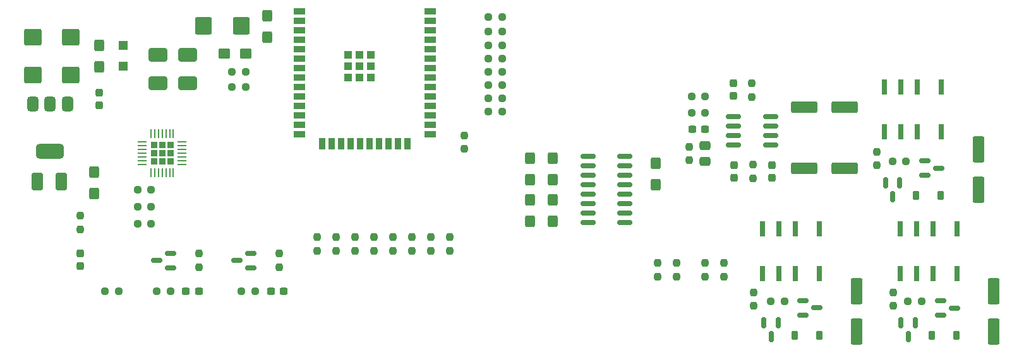
<source format=gtp>
G04 #@! TF.GenerationSoftware,KiCad,Pcbnew,9.0.0-rc3*
G04 #@! TF.CreationDate,2025-02-24T22:30:07+01:00*
G04 #@! TF.ProjectId,nTerm2-s,6e546572-6d32-42d7-932e-6b696361645f,0.05*
G04 #@! TF.SameCoordinates,Original*
G04 #@! TF.FileFunction,Paste,Top*
G04 #@! TF.FilePolarity,Positive*
%FSLAX46Y46*%
G04 Gerber Fmt 4.6, Leading zero omitted, Abs format (unit mm)*
G04 Created by KiCad (PCBNEW 9.0.0-rc3) date 2025-02-24 22:30:07*
%MOMM*%
%LPD*%
G01*
G04 APERTURE LIST*
G04 Aperture macros list*
%AMRoundRect*
0 Rectangle with rounded corners*
0 $1 Rounding radius*
0 $2 $3 $4 $5 $6 $7 $8 $9 X,Y pos of 4 corners*
0 Add a 4 corners polygon primitive as box body*
4,1,4,$2,$3,$4,$5,$6,$7,$8,$9,$2,$3,0*
0 Add four circle primitives for the rounded corners*
1,1,$1+$1,$2,$3*
1,1,$1+$1,$4,$5*
1,1,$1+$1,$6,$7*
1,1,$1+$1,$8,$9*
0 Add four rect primitives between the rounded corners*
20,1,$1+$1,$2,$3,$4,$5,0*
20,1,$1+$1,$4,$5,$6,$7,0*
20,1,$1+$1,$6,$7,$8,$9,0*
20,1,$1+$1,$8,$9,$2,$3,0*%
G04 Aperture macros list end*
%ADD10R,1.500000X0.900000*%
%ADD11R,0.900000X1.500000*%
%ADD12R,1.050000X1.050000*%
%ADD13RoundRect,0.250000X1.000000X0.650000X-1.000000X0.650000X-1.000000X-0.650000X1.000000X-0.650000X0*%
%ADD14RoundRect,0.237500X-0.237500X0.250000X-0.237500X-0.250000X0.237500X-0.250000X0.237500X0.250000X0*%
%ADD15RoundRect,0.237500X-0.250000X-0.237500X0.250000X-0.237500X0.250000X0.237500X-0.250000X0.237500X0*%
%ADD16RoundRect,0.225000X-0.225000X-0.375000X0.225000X-0.375000X0.225000X0.375000X-0.225000X0.375000X0*%
%ADD17R,0.700000X2.000000*%
%ADD18RoundRect,0.237500X0.237500X-0.250000X0.237500X0.250000X-0.237500X0.250000X-0.237500X-0.250000X0*%
%ADD19RoundRect,0.237500X-0.237500X0.300000X-0.237500X-0.300000X0.237500X-0.300000X0.237500X0.300000X0*%
%ADD20RoundRect,0.250000X0.550000X-1.500000X0.550000X1.500000X-0.550000X1.500000X-0.550000X-1.500000X0*%
%ADD21RoundRect,0.150000X-0.825000X-0.150000X0.825000X-0.150000X0.825000X0.150000X-0.825000X0.150000X0*%
%ADD22RoundRect,0.237500X0.250000X0.237500X-0.250000X0.237500X-0.250000X-0.237500X0.250000X-0.237500X0*%
%ADD23RoundRect,0.250000X-0.425000X0.537500X-0.425000X-0.537500X0.425000X-0.537500X0.425000X0.537500X0*%
%ADD24RoundRect,0.250000X0.425000X-0.537500X0.425000X0.537500X-0.425000X0.537500X-0.425000X-0.537500X0*%
%ADD25RoundRect,0.237500X-0.300000X-0.237500X0.300000X-0.237500X0.300000X0.237500X-0.300000X0.237500X0*%
%ADD26RoundRect,0.375000X-0.375000X0.625000X-0.375000X-0.625000X0.375000X-0.625000X0.375000X0.625000X0*%
%ADD27RoundRect,0.500000X-1.400000X0.500000X-1.400000X-0.500000X1.400000X-0.500000X1.400000X0.500000X0*%
%ADD28RoundRect,0.250000X0.875000X0.925000X-0.875000X0.925000X-0.875000X-0.925000X0.875000X-0.925000X0*%
%ADD29RoundRect,0.250000X0.925000X-0.875000X0.925000X0.875000X-0.925000X0.875000X-0.925000X-0.875000X0*%
%ADD30RoundRect,0.150000X-0.587500X-0.150000X0.587500X-0.150000X0.587500X0.150000X-0.587500X0.150000X0*%
%ADD31RoundRect,0.150000X-0.150000X0.587500X-0.150000X-0.587500X0.150000X-0.587500X0.150000X0.587500X0*%
%ADD32RoundRect,0.150000X0.587500X0.150000X-0.587500X0.150000X-0.587500X-0.150000X0.587500X-0.150000X0*%
%ADD33RoundRect,0.250001X0.499999X0.924999X-0.499999X0.924999X-0.499999X-0.924999X0.499999X-0.924999X0*%
%ADD34RoundRect,0.237500X0.237500X-0.300000X0.237500X0.300000X-0.237500X0.300000X-0.237500X-0.300000X0*%
%ADD35RoundRect,0.250000X-1.500000X-0.550000X1.500000X-0.550000X1.500000X0.550000X-1.500000X0.550000X0*%
%ADD36RoundRect,0.225000X-0.225000X-0.225000X0.225000X-0.225000X0.225000X0.225000X-0.225000X0.225000X0*%
%ADD37RoundRect,0.062500X-0.537500X-0.062500X0.537500X-0.062500X0.537500X0.062500X-0.537500X0.062500X0*%
%ADD38RoundRect,0.062500X-0.062500X-0.537500X0.062500X-0.537500X0.062500X0.537500X-0.062500X0.537500X0*%
%ADD39RoundRect,0.250000X-0.475000X0.337500X-0.475000X-0.337500X0.475000X-0.337500X0.475000X0.337500X0*%
%ADD40R,1.200000X1.200000*%
%ADD41RoundRect,0.250000X0.537500X0.425000X-0.537500X0.425000X-0.537500X-0.425000X0.537500X-0.425000X0*%
G04 APERTURE END LIST*
D10*
X113616000Y-80096500D03*
X113616000Y-81366500D03*
X113616000Y-82636500D03*
X113616000Y-83906500D03*
X113616000Y-85176500D03*
X113616000Y-86446500D03*
X113616000Y-87716500D03*
X113616000Y-88986500D03*
X113616000Y-90256500D03*
X113616000Y-91526500D03*
X113616000Y-92796500D03*
X113616000Y-94066500D03*
X113616000Y-95336500D03*
X113616000Y-96606500D03*
D11*
X116656000Y-97856500D03*
X117926000Y-97856500D03*
X119196000Y-97856500D03*
X120466000Y-97856500D03*
X121736000Y-97856500D03*
X123006000Y-97856500D03*
X124276000Y-97856500D03*
X125546000Y-97856500D03*
X126816000Y-97856500D03*
X128086000Y-97856500D03*
D10*
X131116000Y-96606500D03*
X131116000Y-95336500D03*
X131116000Y-94066500D03*
X131116000Y-92796500D03*
X131116000Y-91526500D03*
X131116000Y-90256500D03*
X131116000Y-88986500D03*
X131116000Y-87716500D03*
X131116000Y-86446500D03*
X131116000Y-85176500D03*
X131116000Y-83906500D03*
X131116000Y-82636500D03*
X131116000Y-81366500D03*
X131116000Y-80096500D03*
D12*
X120161000Y-85911500D03*
X120161000Y-87436500D03*
X120161000Y-88961500D03*
X121686000Y-85911500D03*
X121686000Y-87436500D03*
X121686000Y-88961500D03*
X123211000Y-85911500D03*
X123211000Y-87436500D03*
X123211000Y-88961500D03*
D13*
X98610400Y-89760714D03*
X94610400Y-89760714D03*
X98610400Y-85950714D03*
X94610400Y-85950714D03*
D14*
X84266000Y-107528500D03*
X84266000Y-109353500D03*
X191008000Y-98933000D03*
X191008000Y-100758000D03*
D15*
X138956000Y-84668500D03*
X140781000Y-84668500D03*
X104548300Y-88239600D03*
X106373300Y-88239600D03*
X176792500Y-118999000D03*
X178617500Y-118999000D03*
D14*
X174188499Y-89748500D03*
X174188499Y-91573500D03*
D16*
X179992000Y-123571000D03*
X183292000Y-123571000D03*
D17*
X201741000Y-109268500D03*
X198541000Y-109268500D03*
X196341000Y-109268500D03*
X194141000Y-109268500D03*
X194141000Y-115268500D03*
X196341000Y-115268500D03*
X198541000Y-115268500D03*
X201741000Y-115268500D03*
D14*
X174436000Y-100670500D03*
X174436000Y-102495500D03*
D18*
X126176000Y-112251000D03*
X126176000Y-110426000D03*
D15*
X193078500Y-100203000D03*
X194903500Y-100203000D03*
D19*
X176976000Y-100720500D03*
X176976000Y-102445500D03*
D20*
X206694000Y-123096000D03*
X206694000Y-117696000D03*
D15*
X138956000Y-88224500D03*
X140781000Y-88224500D03*
X195159000Y-118999000D03*
X196984000Y-118999000D03*
D20*
X188279000Y-123096000D03*
X188279000Y-117696000D03*
D14*
X170499000Y-113878500D03*
X170499000Y-115703500D03*
D21*
X171778499Y-94193500D03*
X171778499Y-95463500D03*
X171778499Y-96733500D03*
X171778499Y-98003500D03*
X176728499Y-98003500D03*
X176728499Y-96733500D03*
X176728499Y-95463500D03*
X176728499Y-94193500D03*
D22*
X140781000Y-80858500D03*
X138956000Y-80858500D03*
D19*
X86806000Y-91018500D03*
X86806000Y-92743500D03*
D18*
X118556000Y-112251000D03*
X118556000Y-110426000D03*
D23*
X147574000Y-105369500D03*
X147574000Y-108244500D03*
D24*
X86806000Y-87543500D03*
X86806000Y-84668500D03*
D15*
X104548300Y-90271600D03*
X106373300Y-90271600D03*
D25*
X98396000Y-117688500D03*
X100121000Y-117688500D03*
D14*
X193167000Y-117832500D03*
X193167000Y-119657500D03*
D26*
X82502000Y-92567500D03*
X80202000Y-92567500D03*
D27*
X80202000Y-98867500D03*
D26*
X77902000Y-92567500D03*
D28*
X105801000Y-82001500D03*
X100701000Y-82001500D03*
D15*
X94486000Y-117688500D03*
X96311000Y-117688500D03*
D14*
X174498000Y-117832500D03*
X174498000Y-119657500D03*
D15*
X166143000Y-93726000D03*
X167968000Y-93726000D03*
D21*
X152276000Y-99527500D03*
X152276000Y-100797500D03*
X152276000Y-102067500D03*
X152276000Y-103337500D03*
X152276000Y-104607500D03*
X152276000Y-105877500D03*
X152276000Y-107147500D03*
X152276000Y-108417500D03*
X157226000Y-108417500D03*
X157226000Y-107147500D03*
X157226000Y-105877500D03*
X157226000Y-104607500D03*
X157226000Y-103337500D03*
X157226000Y-102067500D03*
X157226000Y-100797500D03*
X157226000Y-99527500D03*
D29*
X77916000Y-88656000D03*
X77916000Y-83556000D03*
D23*
X144526000Y-105369500D03*
X144526000Y-108244500D03*
D30*
X197388000Y-100183000D03*
X197388000Y-102083000D03*
X199263000Y-101133000D03*
D25*
X109766000Y-117688500D03*
X111491000Y-117688500D03*
D15*
X91901000Y-104013000D03*
X93726000Y-104013000D03*
D17*
X183250500Y-109268500D03*
X180050500Y-109268500D03*
X177850500Y-109268500D03*
X175650500Y-109268500D03*
X175650500Y-115268500D03*
X177850500Y-115268500D03*
X180050500Y-115268500D03*
X183250500Y-115268500D03*
D24*
X86084500Y-104561500D03*
X86084500Y-101686500D03*
D31*
X196132500Y-121871500D03*
X194232500Y-121871500D03*
X195182500Y-123746500D03*
D32*
X107106000Y-114508500D03*
X107106000Y-112608500D03*
X105231000Y-113558500D03*
D31*
X177766000Y-121871500D03*
X175866000Y-121871500D03*
X176816000Y-123746500D03*
D23*
X161355000Y-100503000D03*
X161355000Y-103378000D03*
D33*
X81700000Y-102956500D03*
X78450000Y-102956500D03*
D34*
X171775499Y-91473500D03*
X171775499Y-89748500D03*
D15*
X138956000Y-93558500D03*
X140781000Y-93558500D03*
D35*
X181267499Y-101178500D03*
X186667499Y-101178500D03*
D15*
X138956000Y-90002500D03*
X140781000Y-90002500D03*
D35*
X181267499Y-92923500D03*
X186667499Y-92923500D03*
D23*
X144526000Y-99781500D03*
X144526000Y-102656500D03*
D36*
X94091000Y-98003500D03*
X94091000Y-99123500D03*
X94091000Y-100243500D03*
X95211000Y-98003500D03*
X95211000Y-99123500D03*
X95211000Y-100243500D03*
X96331000Y-98003500D03*
X96331000Y-99123500D03*
X96331000Y-100243500D03*
D37*
X92561000Y-97623500D03*
X92561000Y-98123500D03*
X92561000Y-98623500D03*
X92561000Y-99123500D03*
X92561000Y-99623500D03*
X92561000Y-100123500D03*
X92561000Y-100623500D03*
D38*
X93711000Y-101773500D03*
X94211000Y-101773500D03*
X94711000Y-101773500D03*
X95211000Y-101773500D03*
X95711000Y-101773500D03*
X96211000Y-101773500D03*
X96711000Y-101773500D03*
D37*
X97861000Y-100623500D03*
X97861000Y-100123500D03*
X97861000Y-99623500D03*
X97861000Y-99123500D03*
X97861000Y-98623500D03*
X97861000Y-98123500D03*
X97861000Y-97623500D03*
D38*
X96711000Y-96473500D03*
X96211000Y-96473500D03*
X95711000Y-96473500D03*
X95211000Y-96473500D03*
X94711000Y-96473500D03*
X94211000Y-96473500D03*
X93711000Y-96473500D03*
D22*
X167977500Y-91530685D03*
X166152500Y-91530685D03*
D14*
X167959000Y-113878500D03*
X167959000Y-115703500D03*
X164149000Y-113878500D03*
X164149000Y-115703500D03*
D18*
X100121000Y-114433500D03*
X100121000Y-112608500D03*
D20*
X204662000Y-104046000D03*
X204662000Y-98646000D03*
D18*
X128716000Y-112251000D03*
X128716000Y-110426000D03*
D25*
X166243000Y-95885000D03*
X167968000Y-95885000D03*
D18*
X116016000Y-112251000D03*
X116016000Y-110426000D03*
D17*
X199604750Y-90225500D03*
X196404750Y-90225500D03*
X194204750Y-90225500D03*
X192004750Y-90225500D03*
X192004750Y-96225500D03*
X194204750Y-96225500D03*
X196404750Y-96225500D03*
X199604750Y-96225500D03*
D23*
X147574000Y-99781500D03*
X147574000Y-102656500D03*
D16*
X198358500Y-123571000D03*
X201658500Y-123571000D03*
D39*
X167994500Y-98149500D03*
X167994500Y-100224500D03*
D18*
X131256000Y-112251000D03*
X131256000Y-110426000D03*
D24*
X109285000Y-83566000D03*
X109285000Y-80691000D03*
D32*
X96311000Y-114508500D03*
X96311000Y-112608500D03*
X94436000Y-113558500D03*
D34*
X171896000Y-102445500D03*
X171896000Y-100720500D03*
D29*
X82996000Y-88656000D03*
X82996000Y-83556000D03*
D19*
X84266000Y-112608500D03*
X84266000Y-114333500D03*
D30*
X199517000Y-118983500D03*
X199517000Y-120883500D03*
X201392000Y-119933500D03*
D18*
X110916000Y-114433500D03*
X110916000Y-112608500D03*
D15*
X138956000Y-91780500D03*
X140781000Y-91780500D03*
D18*
X135701000Y-98558500D03*
X135701000Y-96733500D03*
D14*
X161609000Y-113878500D03*
X161609000Y-115703500D03*
D15*
X91901000Y-106299000D03*
X93726000Y-106299000D03*
D18*
X133796000Y-112251000D03*
X133796000Y-110426000D03*
X121096000Y-112251000D03*
X121096000Y-110426000D03*
D15*
X91901000Y-108585000D03*
X93726000Y-108585000D03*
D22*
X140781000Y-82763500D03*
X138956000Y-82763500D03*
D40*
X89981000Y-87465500D03*
X89981000Y-84665500D03*
D15*
X138956000Y-86446500D03*
X140781000Y-86446500D03*
D22*
X89369500Y-117688500D03*
X87544500Y-117688500D03*
D14*
X165835500Y-98274500D03*
X165835500Y-100099500D03*
D41*
X106390300Y-85801200D03*
X103515300Y-85801200D03*
D31*
X194052000Y-103075500D03*
X192152000Y-103075500D03*
X193102000Y-104950500D03*
D15*
X105856000Y-117688500D03*
X107681000Y-117688500D03*
D16*
X196278000Y-104775000D03*
X199578000Y-104775000D03*
D18*
X123636000Y-112251000D03*
X123636000Y-110426000D03*
D30*
X181102000Y-118958500D03*
X181102000Y-120858500D03*
X182977000Y-119908500D03*
M02*

</source>
